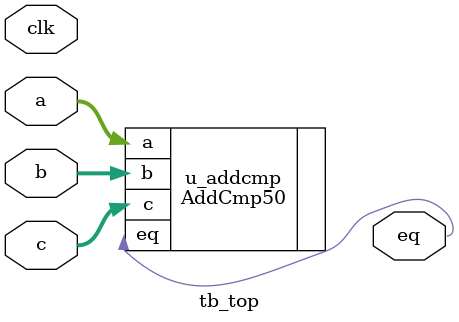
<source format=sv>
/* Adder-Comparator TB.
 * Author: Igor Lesik 2019
 *
 *
 *
 *
 */



/* Verilog TB top module.
 *
 * External C-TB drives the inputs and checks the outputs.
 */
module tb_top(
    input  wire          clk,
    input  wire [50-1:0] a,
    input  wire [50-1:0] b,
    input  wire [50-1:0] c,
    output wire          eq
);

AddCmp50 u_addcmp(
  .a(a),
  .b(b),
  .c(c),
  .eq(eq)
);

endmodule: tb_top

</source>
